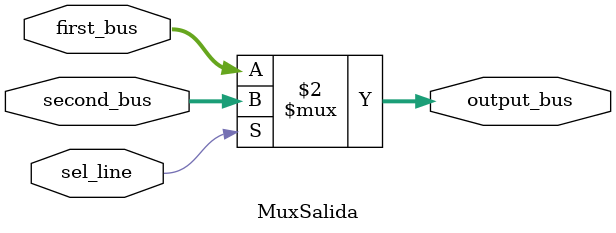
<source format=v>
module MuxSalida(
  first_bus,
  second_bus,
  sel_line,
  output_bus
);
parameter BUS_SIZE = 8;
input[BUS_SIZE-1:0] first_bus;
input [BUS_SIZE-1:0] second_bus;
output [BUS_SIZE-1:0] output_bus;
input wire sel_line;
assign output_bus = (sel_line==0)?first_bus:second_bus;

endmodule // DeltaMod
</source>
